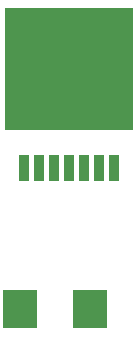
<source format=gbr>
%TF.GenerationSoftware,KiCad,Pcbnew,8.0.1-rc1*%
%TF.CreationDate,2024-10-01T19:24:00-07:00*%
%TF.ProjectId,LM2670SX-Carrier-SMD-inductor-ADJ,4c4d3236-3730-4535-982d-436172726965,rev?*%
%TF.SameCoordinates,Original*%
%TF.FileFunction,Paste,Top*%
%TF.FilePolarity,Positive*%
%FSLAX46Y46*%
G04 Gerber Fmt 4.6, Leading zero omitted, Abs format (unit mm)*
G04 Created by KiCad (PCBNEW 8.0.1-rc1) date 2024-10-01 19:24:00*
%MOMM*%
%LPD*%
G01*
G04 APERTURE LIST*
%ADD10R,2.850000X3.300000*%
%ADD11R,0.910000X2.160000*%
%ADD12R,10.800000X10.410000*%
G04 APERTURE END LIST*
D10*
%TO.C,L2*%
X173645134Y-111214546D03*
X179595134Y-111214546D03*
%TD*%
D11*
%TO.C,IC1*%
X173990000Y-99210000D03*
X175260000Y-99210000D03*
X176530000Y-99210000D03*
X177800000Y-99210000D03*
X179070000Y-99210000D03*
X180340000Y-99210000D03*
X181610000Y-99210000D03*
D12*
X177800000Y-90890000D03*
%TD*%
M02*

</source>
